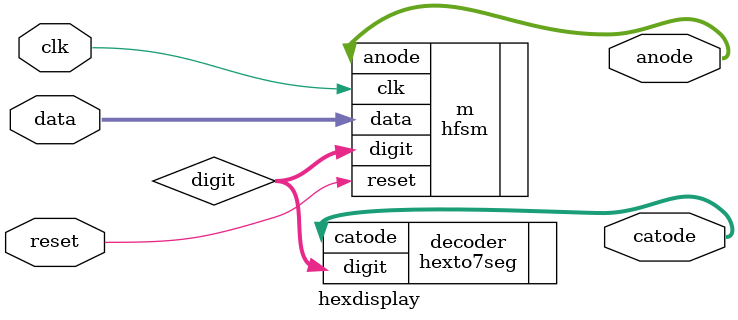
<source format=v>
module hexdisplay(
    input clk,
    input reset,
    input[15:0] data,
    output wire[3:0] anode,
    output wire[7:0] catode
);
    wire[3:0] digit;

    hfsm m(
        .clk(clk),
        .reset(reset),
        .data(data),
        .digit(digit),
        .anode(anode)
    );

    hexto7seg decoder (
        .digit(digit),
        .catode(catode)
    );
endmodule
</source>
